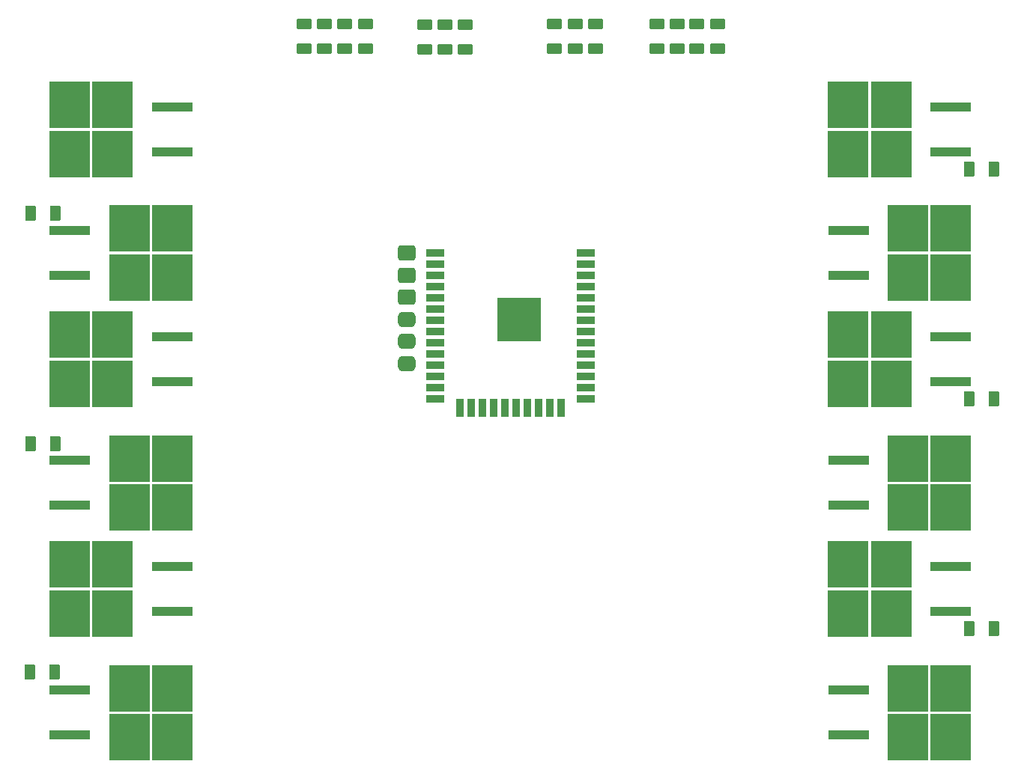
<source format=gbr>
%TF.GenerationSoftware,KiCad,Pcbnew,(6.0.0)*%
%TF.CreationDate,2022-06-09T22:04:04+02:00*%
%TF.ProjectId,Bobbycontroller,426f6262-7963-46f6-9e74-726f6c6c6572,rev?*%
%TF.SameCoordinates,Original*%
%TF.FileFunction,Paste,Bot*%
%TF.FilePolarity,Positive*%
%FSLAX46Y46*%
G04 Gerber Fmt 4.6, Leading zero omitted, Abs format (unit mm)*
G04 Created by KiCad (PCBNEW (6.0.0)) date 2022-06-09 22:04:04*
%MOMM*%
%LPD*%
G01*
G04 APERTURE LIST*
G04 Aperture macros list*
%AMRoundRect*
0 Rectangle with rounded corners*
0 $1 Rounding radius*
0 $2 $3 $4 $5 $6 $7 $8 $9 X,Y pos of 4 corners*
0 Add a 4 corners polygon primitive as box body*
4,1,4,$2,$3,$4,$5,$6,$7,$8,$9,$2,$3,0*
0 Add four circle primitives for the rounded corners*
1,1,$1+$1,$2,$3*
1,1,$1+$1,$4,$5*
1,1,$1+$1,$6,$7*
1,1,$1+$1,$8,$9*
0 Add four rect primitives between the rounded corners*
20,1,$1+$1,$2,$3,$4,$5,0*
20,1,$1+$1,$4,$5,$6,$7,0*
20,1,$1+$1,$6,$7,$8,$9,0*
20,1,$1+$1,$8,$9,$2,$3,0*%
G04 Aperture macros list end*
%ADD10R,4.550000X5.250000*%
%ADD11R,4.600000X1.100000*%
%ADD12RoundRect,0.250000X0.375000X0.625000X-0.375000X0.625000X-0.375000X-0.625000X0.375000X-0.625000X0*%
%ADD13RoundRect,0.250000X-0.375000X-0.625000X0.375000X-0.625000X0.375000X0.625000X-0.375000X0.625000X0*%
%ADD14RoundRect,0.250000X0.625000X-0.375000X0.625000X0.375000X-0.625000X0.375000X-0.625000X-0.375000X0*%
%ADD15R,2.000000X0.900000*%
%ADD16R,0.900000X2.000000*%
%ADD17R,5.000000X5.000000*%
%ADD18RoundRect,0.250000X-0.725000X0.600000X-0.725000X-0.600000X0.725000X-0.600000X0.725000X0.600000X0*%
%ADD19RoundRect,0.425000X-0.550000X0.425000X-0.550000X-0.425000X0.550000X-0.425000X0.550000X0.425000X0*%
G04 APERTURE END LIST*
D10*
%TO.C,V8*%
X25050000Y-81775000D03*
X20200000Y-76225000D03*
X25050000Y-76225000D03*
X20200000Y-81775000D03*
D11*
X31775000Y-76460000D03*
X31775000Y-81540000D03*
%TD*%
D10*
%TO.C,V9*%
X26950000Y-95775000D03*
X31800000Y-90225000D03*
X26950000Y-90225000D03*
X31800000Y-95775000D03*
D11*
X20225000Y-95540000D03*
X20225000Y-90460000D03*
%TD*%
D10*
%TO.C,V10*%
X25050000Y-50225000D03*
X20200000Y-55775000D03*
X20200000Y-50225000D03*
X25050000Y-55775000D03*
D11*
X31775000Y-50460000D03*
X31775000Y-55540000D03*
%TD*%
D10*
%TO.C,V11*%
X31800000Y-69775000D03*
X31800000Y-64225000D03*
X26950000Y-69775000D03*
X26950000Y-64225000D03*
D11*
X20225000Y-69540000D03*
X20225000Y-64460000D03*
%TD*%
D10*
%TO.C,V13*%
X31800000Y-43775000D03*
X26950000Y-38225000D03*
X31800000Y-38225000D03*
X26950000Y-43775000D03*
D11*
X20225000Y-43540000D03*
X20225000Y-38460000D03*
%TD*%
D10*
%TO.C,V12*%
X25050000Y-29775000D03*
X25050000Y-24225000D03*
X20200000Y-24225000D03*
X20200000Y-29775000D03*
D11*
X31775000Y-24460000D03*
X31775000Y-29540000D03*
%TD*%
D10*
%TO.C,V5*%
X119800000Y-38225000D03*
X119800000Y-43775000D03*
X114950000Y-38225000D03*
X114950000Y-43775000D03*
D11*
X108225000Y-43540000D03*
X108225000Y-38460000D03*
%TD*%
D10*
%TO.C,V2*%
X113050000Y-81775000D03*
X108200000Y-81775000D03*
X113050000Y-76225000D03*
X108200000Y-76225000D03*
D11*
X119775000Y-76460000D03*
X119775000Y-81540000D03*
%TD*%
D10*
%TO.C,V6*%
X108200000Y-29775000D03*
X113050000Y-29775000D03*
X113050000Y-24225000D03*
X108200000Y-24225000D03*
D11*
X119775000Y-24460000D03*
X119775000Y-29540000D03*
%TD*%
D10*
%TO.C,V3*%
X114950000Y-64225000D03*
X119800000Y-64225000D03*
X114950000Y-69775000D03*
X119800000Y-69775000D03*
D11*
X108225000Y-69540000D03*
X108225000Y-64460000D03*
%TD*%
D10*
%TO.C,V4*%
X113050000Y-50225000D03*
X113050000Y-55775000D03*
X108200000Y-55775000D03*
X108200000Y-50225000D03*
D11*
X119775000Y-50460000D03*
X119775000Y-55540000D03*
%TD*%
D10*
%TO.C,V1*%
X114950000Y-95775000D03*
X114950000Y-90225000D03*
X119800000Y-90225000D03*
X119800000Y-95775000D03*
D11*
X108225000Y-95540000D03*
X108225000Y-90460000D03*
%TD*%
D12*
%TO.C,C40*%
X124700000Y-31500000D03*
X121900000Y-31500000D03*
%TD*%
%TO.C,C44*%
X124700000Y-83500000D03*
X121900000Y-83500000D03*
%TD*%
%TO.C,C48*%
X124700000Y-57500000D03*
X121900000Y-57500000D03*
%TD*%
D13*
%TO.C,C64*%
X15800000Y-62600000D03*
X18600000Y-62600000D03*
%TD*%
%TO.C,C68*%
X15700000Y-88400000D03*
X18500000Y-88400000D03*
%TD*%
%TO.C,C72*%
X15800000Y-36500000D03*
X18600000Y-36500000D03*
%TD*%
D14*
%TO.C,C7*%
X51300000Y-17890000D03*
X51300000Y-15090000D03*
%TD*%
%TO.C,C10*%
X49000000Y-17890000D03*
X49000000Y-15090000D03*
%TD*%
%TO.C,C18*%
X60330000Y-17980000D03*
X60330000Y-15180000D03*
%TD*%
%TO.C,C17*%
X77300000Y-17900000D03*
X77300000Y-15100000D03*
%TD*%
%TO.C,C16*%
X62600000Y-17980000D03*
X62600000Y-15180000D03*
%TD*%
%TO.C,C13*%
X79600000Y-17900000D03*
X79600000Y-15100000D03*
%TD*%
%TO.C,C8*%
X75000000Y-17900000D03*
X75000000Y-15100000D03*
%TD*%
%TO.C,C4*%
X53600000Y-17900000D03*
X53600000Y-15100000D03*
%TD*%
%TO.C,C12*%
X64900000Y-17980000D03*
X64900000Y-15180000D03*
%TD*%
%TO.C,C9*%
X86600000Y-17900000D03*
X86600000Y-15100000D03*
%TD*%
%TO.C,C5*%
X88820000Y-17900000D03*
X88820000Y-15100000D03*
%TD*%
%TO.C,C2*%
X91100000Y-17900000D03*
X91100000Y-15100000D03*
%TD*%
%TO.C,C1*%
X93400000Y-17900000D03*
X93400000Y-15100000D03*
%TD*%
%TO.C,C15*%
X46700000Y-17900000D03*
X46700000Y-15100000D03*
%TD*%
D15*
%TO.C,U18*%
X78500000Y-40995000D03*
X78500000Y-42265000D03*
X78500000Y-43535000D03*
X78500000Y-44805000D03*
X78500000Y-46075000D03*
X78500000Y-47345000D03*
X78500000Y-48615000D03*
X78500000Y-49885000D03*
X78500000Y-51155000D03*
X78500000Y-52425000D03*
X78500000Y-53695000D03*
X78500000Y-54965000D03*
X78500000Y-56235000D03*
X78500000Y-57505000D03*
D16*
X75715000Y-58505000D03*
X74445000Y-58505000D03*
X73175000Y-58505000D03*
X71905000Y-58505000D03*
X70635000Y-58505000D03*
X69365000Y-58505000D03*
X68095000Y-58505000D03*
X66825000Y-58505000D03*
X65555000Y-58505000D03*
X64285000Y-58505000D03*
D15*
X61500000Y-57505000D03*
X61500000Y-56235000D03*
X61500000Y-54965000D03*
X61500000Y-53695000D03*
X61500000Y-52425000D03*
X61500000Y-51155000D03*
X61500000Y-49885000D03*
X61500000Y-48615000D03*
X61500000Y-47345000D03*
X61500000Y-46075000D03*
X61500000Y-44805000D03*
X61500000Y-43535000D03*
X61500000Y-42265000D03*
X61500000Y-40995000D03*
D17*
X71000000Y-48495000D03*
%TD*%
D18*
%TO.C,J20*%
X58300000Y-41000000D03*
X58300000Y-43500000D03*
X58300000Y-46000000D03*
D19*
X58300000Y-48500000D03*
X58300000Y-51000000D03*
X58300000Y-53500000D03*
%TD*%
M02*

</source>
